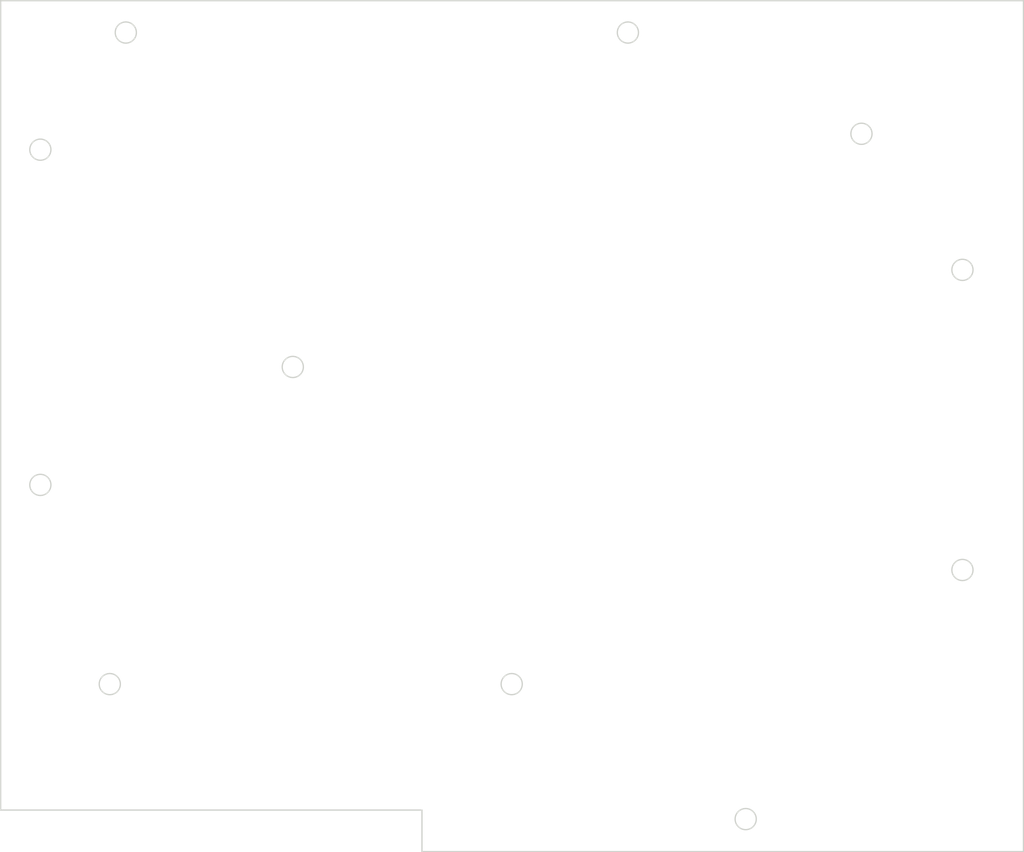
<source format=kicad_pcb>
(kicad_pcb
	(version 20241229)
	(generator "pcbnew")
	(generator_version "9.0")
	(general
		(thickness 1.6)
		(legacy_teardrops no)
	)
	(paper "A4")
	(layers
		(0 "F.Cu" signal)
		(2 "B.Cu" signal)
		(9 "F.Adhes" user "F.Adhesive")
		(11 "B.Adhes" user "B.Adhesive")
		(13 "F.Paste" user)
		(15 "B.Paste" user)
		(5 "F.SilkS" user "F.Silkscreen")
		(7 "B.SilkS" user "B.Silkscreen")
		(1 "F.Mask" user)
		(3 "B.Mask" user)
		(17 "Dwgs.User" user "User.Drawings")
		(19 "Cmts.User" user "User.Comments")
		(21 "Eco1.User" user "User.Eco1")
		(23 "Eco2.User" user "User.Eco2")
		(25 "Edge.Cuts" user)
		(27 "Margin" user)
		(31 "F.CrtYd" user "F.Courtyard")
		(29 "B.CrtYd" user "B.Courtyard")
		(35 "F.Fab" user)
		(33 "B.Fab" user)
		(39 "User.1" user)
		(41 "User.2" user)
		(43 "User.3" user)
		(45 "User.4" user)
	)
	(setup
		(pad_to_mask_clearance 0)
		(allow_soldermask_bridges_in_footprints no)
		(tenting front back)
		(pcbplotparams
			(layerselection 0x00000000_00000000_55555555_5755f5ff)
			(plot_on_all_layers_selection 0x00000000_00000000_00000000_00000000)
			(disableapertmacros no)
			(usegerberextensions no)
			(usegerberattributes yes)
			(usegerberadvancedattributes yes)
			(creategerberjobfile yes)
			(dashed_line_dash_ratio 12.000000)
			(dashed_line_gap_ratio 3.000000)
			(svgprecision 4)
			(plotframeref no)
			(mode 1)
			(useauxorigin no)
			(hpglpennumber 1)
			(hpglpenspeed 20)
			(hpglpendiameter 15.000000)
			(pdf_front_fp_property_popups yes)
			(pdf_back_fp_property_popups yes)
			(pdf_metadata yes)
			(pdf_single_document no)
			(dxfpolygonmode yes)
			(dxfimperialunits yes)
			(dxfusepcbnewfont yes)
			(psnegative no)
			(psa4output no)
			(plot_black_and_white yes)
			(sketchpadsonfab no)
			(plotpadnumbers no)
			(hidednponfab no)
			(sketchdnponfab yes)
			(crossoutdnponfab yes)
			(subtractmaskfromsilk no)
			(outputformat 1)
			(mirror no)
			(drillshape 1)
			(scaleselection 1)
			(outputdirectory "")
		)
	)
	(net 0 "")
	(gr_line
		(start 168.968 29.739)
		(end 170.468 29.739)
		(stroke
			(width 0.25)
			(type default)
		)
		(layer "Dwgs.User")
		(uuid "007c6d83-d1cc-459f-a2ca-4a1251e86ae3")
	)
	(gr_line
		(start 134.436 31.239)
		(end 134.436 86.911)
		(stroke
			(width 0.25)
			(type default)
		)
		(layer "Dwgs.User")
		(uuid "025d75b7-aa94-41bb-9476-6577ed1991f3")
	)
	(gr_line
		(start 64.933 31.248034)
		(end 63.433 31.248034)
		(stroke
			(width 0.25)
			(type default)
		)
		(layer "Dwgs.User")
		(uuid "02906fdd-a2f4-4863-bd68-e031bac74b75")
	)
	(gr_line
		(start 177.429519 155.3115)
		(end 177.429519 152.7715)
		(stroke
			(width 0.25)
			(type default)
		)
		(layer "Dwgs.User")
		(uuid "03b7d6b2-f67e-4ef5-9942-f8524e6ecd06")
	)
	(gr_line
		(start 64.933 98.963944)
		(end 67.473 98.963944)
		(stroke
			(width 0.25)
			(type default)
		)
		(layer "Dwgs.User")
		(uuid "06d33f5a-7596-443c-9e3b-9b650576d7dd")
	)
	(gr_line
		(start 94.625 134.89)
		(end 96.125 134.89)
		(stroke
			(width 0.25)
			(type default)
		)
		(layer "Dwgs.User")
		(uuid "0834ef74-752b-43c1-9ef0-f13517e62662")
	)
	(gr_line
		(start 74.726519 134.89)
		(end 74.726519 132.500118)
		(stroke
			(width 0.25)
			(type default)
		)
		(layer "Dwgs.User")
		(uuid "0e405244-95d2-41bd-b35d-defbb95acf65")
	)
	(gr_line
		(start 63.433 136.39)
		(end 209.51 136.39)
		(stroke
			(width 0.25)
			(type default)
		)
		(layer "Dwgs.User")
		(uuid "0ff995e7-5130-4abb-a0c3-aa96913d5831")
	)
	(gr_line
		(start 127.889 155.3115)
		(end 129.389 155.3115)
		(stroke
			(width 0.25)
			(type default)
		)
		(layer "Dwgs.User")
		(uuid "141ebc65-69aa-4198-b794-56c26ff40faf")
	)
	(gr_line
		(start 96.125 134.89)
		(end 96.125 67.768)
		(stroke
			(width 0.25)
			(type default)
		)
		(layer "Dwgs.User")
		(uuid "18cb4e9e-6596-4d2b-bb1b-2ec0656dced1")
	)
	(gr_arc
		(start 159.609459 33.779)
		(mid 156.359459 37.029)
		(end 153.109459 33.779)
		(stroke
			(width 0.25)
			(type default)
		)
		(layer "Dwgs.User")
		(uuid "1bf2108e-bf9b-4106-8854-2ba2cfe3b56e")
	)
	(gr_line
		(start 63.394 29.739)
		(end 63.394 31.239)
		(stroke
			(width 0.25)
			(type default)
		)
		(layer "Dwgs.User")
		(uuid "1d731e91-4ab9-469f-b0f6-83ba97965a07")
	)
	(gr_line
		(start 63.433 31.248034)
		(end 63.433 134.89)
		(stroke
			(width 0.25)
			(type default)
		)
		(layer "Dwgs.User")
		(uuid "1ea53386-2e34-4b71-9e51-66aba6724ccf")
	)
	(gr_line
		(start 209.51 111.834481)
		(end 206.97 111.834481)
		(stroke
			(width 0.25)
			(type default)
		)
		(layer "Dwgs.User")
		(uuid "24d21269-3e66-42e3-81b5-112ed499724d")
	)
	(gr_line
		(start 159.609459 31.239)
		(end 153.109459 31.239)
		(stroke
			(width 0.25)
			(type default)
		)
		(layer "Dwgs.User")
		(uuid "251dbffc-aeaf-40e5-81af-16f7bdf81ce7")
	)
	(gr_line
		(start 153.109459 31.239)
		(end 153.109459 33.779)
		(stroke
			(width 0.25)
			(type default)
		)
		(layer "Dwgs.User")
		(uuid "29e4c90d-3a44-416c-bff8-55d7480edd92")
	)
	(gr_line
		(start 81.226519 134.89)
		(end 81.226519 132.35)
		(stroke
			(width 0.25)
			(type default)
		)
		(layer "Dwgs.User")
		(uuid "2b2dac0b-a2e7-43f4-9223-7a828708ec52")
	)
	(gr_line
		(start 135.529519 134.89)
		(end 142.029519 134.89)
		(stroke
			(width 0.25)
			(type default)
		)
		(layer "Dwgs.User")
		(uuid "34ef2ec6-9757-462d-add6-2de3179b1ecc")
	)
	(gr_line
		(start 65.128337 97.193)
		(end 94.625 97.193)
		(stroke
			(width 0.25)
			(type default)
		)
		(layer "Dwgs.User")
		(uuid "359be2e0-26bb-43bb-afe1-ad6adf60f1b8")
	)
	(gr_line
		(start 170.468 45.055)
		(end 170.468 46.555)
		(stroke
			(width 0.25)
			(type default)
		)
		(layer "Dwgs.User")
		(uuid "3a0ff889-14ba-4aa3-ba5f-fdee7e6b781a")
	)
	(gr_arc
		(start 135.529519 132.35)
		(mid 138.779519 129.1)
		(end 142.029519 132.35)
		(stroke
			(width 0.25)
			(type default)
		)
		(layer "Dwgs.User")
		(uuid "4a5314ac-2d5b-4dc9-9e5b-6065340a39d5")
	)
	(gr_arc
		(start 67.473 48.249541)
		(mid 70.722999 51.49954)
		(end 67.473 54.749539)
		(stroke
			(width 0.25)
			(type default)
		)
		(layer "Dwgs.User")
		(uuid "4d0056a7-dc9a-423e-b041-057bd1d756b0")
	)
	(gr_line
		(start 209.51 72.931481)
		(end 206.97 72.931481)
		(stroke
			(width 0.25)
			(type default)
		)
		(layer "Dwgs.User")
		(uuid "52b8c26e-e50a-4cc3-9815-742d734eb22c")
	)
	(gr_line
		(start 64.933 105.463944)
		(end 67.473 105.463944)
		(stroke
			(width 0.25)
			(type default)
		)
		(layer "Dwgs.User")
		(uuid "534b1c80-c252-45c5-8493-030a0e592d13")
	)
	(gr_line
		(start 194.943459 46.555)
		(end 188.443459 46.555)
		(stroke
			(width 0.25)
			(type default)
		)
		(layer "Dwgs.User")
		(uuid "5669c3ff-e71c-4db1-ba99-ac00ea24f9cb")
	)
	(gr_arc
		(start 67.473 98.963944)
		(mid 70.723 102.213944)
		(end 67.473 105.463944)
		(stroke
			(width 0.25)
			(type default)
		)
		(layer "Dwgs.User")
		(uuid "5ab8001e-4d2a-49ff-ac30-5e136b5508ab")
	)
	(gr_line
		(start 77.151459 31.239)
		(end 77.151459 33.779)
		(stroke
			(width 0.25)
			(type default)
		)
		(layer "Dwgs.User")
		(uuid "6007c348-48f3-4c5a-af4b-48e860b9b2af")
	)
	(gr_line
		(start 188.443459 46.555)
		(end 188.443459 49.095)
		(stroke
			(width 0.25)
			(type default)
		)
		(layer "Dwgs.User")
		(uuid "60c5c289-0486-4855-a558-6894b8f7719c")
	)
	(gr_line
		(start 168.968 29.739)
		(end 168.968 46.555)
		(stroke
			(width 0.25)
			(type default)
		)
		(layer "Dwgs.User")
		(uuid "62857d7a-feae-467b-afa5-c43f4fb014a8")
	)
	(gr_line
		(start 67.473 54.749539)
		(end 67.473 54.749541)
		(stroke
			(width 0.25)
			(type default)
		)
		(layer "Dwgs.User")
		(uuid "68296199-5760-4692-a4f8-076fde0491ad")
	)
	(gr_line
		(start 168.968 29.739)
		(end 63.394 29.739)
		(stroke
			(width 0.25)
			(type default)
		)
		(layer "Dwgs.User")
		(uuid "6f718631-52e0-42ad-9732-7e5e9085404d")
	)
	(gr_line
		(start 209.51 66.431481)
		(end 206.97 66.431481)
		(stroke
			(width 0.25)
			(type default)
		)
		(layer "Dwgs.User")
		(uuid "72b420d5-8a88-4e16-aa00-3c0e70c07bff")
	)
	(gr_line
		(start 170.468 46.555)
		(end 170.468 29.739)
		(stroke
			(width 0.25)
			(type default)
		)
		(layer "Dwgs.User")
		(uuid "73d08842-3deb-4076-89e9-3fed5bbc7c2b")
	)
	(gr_line
		(start 209.51 118.334481)
		(end 206.97 118.334481)
		(stroke
			(width 0.25)
			(type default)
		)
		(layer "Dwgs.User")
		(uuid "7b714c38-6bb7-4fe0-9784-4a51feaa5ea1")
	)
	(gr_line
		(start 63.394 31.239)
		(end 168.968 31.239)
		(stroke
			(width 0.25)
			(type default)
		)
		(layer "Dwgs.User")
		(uuid "7c915297-6158-4d2b-a9d4-d7e9ff2202f0")
	)
	(gr_arc
		(start 170.929519 152.7715)
		(mid 174.179519 149.5215)
		(end 177.429519 152.7715)
		(stroke
			(width 0.25)
			(type default)
		)
		(layer "Dwgs.User")
		(uuid "7c9bf290-493e-4549-86d9-bdd1a65d4d15")
	)
	(gr_line
		(start 211.01 45.055)
		(end 170.468 45.055)
		(stroke
			(width 0.25)
			(type default)
		)
		(layer "Dwgs.User")
		(uuid "82457af6-16ff-42ea-876b-5f35b6f4759a")
	)
	(gr_line
		(start 209.51 46.555)
		(end 209.51 155.3115)
		(stroke
			(width 0.25)
			(type default)
		)
		(layer "Dwgs.User")
		(uuid "83a1f96d-8364-4b04-bca6-040f2d57f29c")
	)
	(gr_line
		(start 159.609459 31.239)
		(end 159.609459 33.779)
		(stroke
			(width 0.25)
			(type default)
		)
		(layer "Dwgs.User")
		(uuid "8568f82c-6887-42d3-a3c2-3a4327f8c0e1")
	)
	(gr_line
		(start 94.625 67.768)
		(end 94.625 134.89)
		(stroke
			(width 0.25)
			(type default)
		)
		(layer "Dwgs.User")
		(uuid "857f2f42-34eb-4809-8939-110e132317aa")
	)
	(gr_line
		(start 206.97 66.431519)
		(end 206.97 66.431481)
		(stroke
			(width 0.25)
			(type default)
		)
		(layer "Dwgs.User")
		(uuid "895109db-721b-487d-9366-b4d7e8e039f1")
	)
	(gr_line
		(start 135.936 86.911)
		(end 135.936 31.239)
		(stroke
			(width 0.25)
			(type default)
		)
		(layer "Dwgs.User")
		(uuid "8cdbdbed-5112-4a3a-a54f-0b80fd4bab5c")
	)
	(gr_line
		(start 108.912541 86.911)
		(end 108.912541 84.371)
		(stroke
			(width 0.25)
			(type default)
		)
		(layer "Dwgs.User")
		(uuid "8e296a31-14b0-4590-a02a-939866a2fcbc")
	)
	(gr_line
		(start 135.529519 134.89)
		(end 135.529519 132.35)
		(stroke
			(width 0.25)
			(type default)
		)
		(layer "Dwgs.User")
		(uuid "94df3665-abb8-49fe-813a-589c73f37296")
	)
	(gr_line
		(start 142.029519 134.89)
		(end 142.029519 132.35)
		(stroke
			(width 0.25)
			(type default)
		)
		(layer "Dwgs.User")
		(uuid "98bd01f2-5028-4945-86d5-5e974d64ea4d")
	)
	(gr_line
		(start 170.929519 155.3115)
		(end 177.429519 155.3115)
		(stroke
			(width 0.25)
			(type default)
		)
		(layer "Dwgs.User")
		(uuid "9bc54656-4296-46d5-9d61-d4dffc1a4bed")
	)
	(gr_line
		(start 127.889 105.3115)
		(end 127.889 155.3115)
		(stroke
			(width 0.25)
			(type default)
		)
		(layer "Dwgs.User")
		(uuid "9c9efba1-710a-4fed-a937-36c18cbb5ac7")
	)
	(gr_line
		(start 168.968 46.555)
		(end 170.468 46.555)
		(stroke
			(width 0.25)
			(type default)
		)
		(layer "Dwgs.User")
		(uuid "9e0132f1-11e3-479f-9417-b86e312ac827")
	)
	(gr_line
		(start 136.125 88.411)
		(end 136.125 86.911)
		(stroke
			(width 0.25)
			(type default)
		)
		(layer "Dwgs.User")
		(uuid "9e7df233-6347-4cec-903f-d49040ddf658")
	)
	(gr_line
		(start 170.468 46.555)
		(end 211.01 46.555)
		(stroke
			(width 0.25)
			(type default)
		)
		(layer "Dwgs.User")
		(uuid "9f4d155f-d5aa-4d67-bca3-21c68275cfe6")
	)
	(gr_line
		(start 64.933 48.249541)
		(end 64.933 54.749541)
		(stroke
			(width 0.25)
			(type default)
		)
		(layer "Dwgs.User")
		(uuid "9fa3ee27-1b69-4d0c-b464-52bed5532b00")
	)
	(gr_line
		(start 211.01 46.555)
		(end 209.51 46.555)
		(stroke
			(width 0.25)
			(type default)
		)
		(layer "Dwgs.User")
		(uuid "a63c978e-8242-4822-bd15-8dd239471b67")
	)
	(gr_line
		(start 209.51 118.334481)
		(end 209.51 111.834481)
		(stroke
			(width 0.25)
			(type default)
		)
		(layer "Dwgs.User")
		(uuid "aaba4209-5f2f-482a-8ef8-507e598d2a23")
	)
	(gr_line
		(start 211.01 155.3115)
		(end 211.01 156.8115)
		(stroke
			(width 0.25)
			(type default)
		)
		(layer "Dwgs.User")
		(uuid "aaf53749-43ea-4178-a860-fb54de84b1f7")
	)
	(gr_line
		(start 194.943459 46.555)
		(end 194.943459 49.095)
		(stroke
			(width 0.25)
			(type default)
		)
		(layer "Dwgs.User")
		(uuid "ac605cb6-50a5-42f7-9892-935d9a5c874c")
	)
	(gr_line
		(start 209.51 136.39)
		(end 209.51 134.89)
		(stroke
			(width 0.25)
			(type default)
		)
		(layer "Dwgs.User")
		(uuid "acb4c042-8170-4174-b862-15e8ddff81f7")
	)
	(gr_line
		(start 94.625 67.768)
		(end 96.125 67.768)
		(stroke
			(width 0.25)
			(type default)
		)
		(layer "Dwgs.User")
		(uuid "aeeb5d51-6d58-4996-9738-45f798825292")
	)
	(gr_line
		(start 102.412541 86.911)
		(end 102.412541 84.371)
		(stroke
			(width 0.25)
			(type default)
		)
		(layer "Dwgs.User")
		(uuid "b03ddc44-d188-442e-9fae-2b2c2dcec9cd")
	)
	(gr_line
		(start 83.651459 31.239)
		(end 83.651459 33.779)
		(stroke
			(width 0.25)
			(type default)
		)
		(layer "Dwgs.User")
		(uuid "b1a92be9-3255-410a-81dc-e4f1ea204acf")
	)
	(gr_line
		(start 134.436 86.911)
		(end 135.936 86.911)
		(stroke
			(width 0.25)
			(type default)
		)
		(layer "Dwgs.User")
		(uuid "b5ae37f2-64b6-4c19-b660-fe733f2ff483")
	)
	(gr_line
		(start 209.51 134.89)
		(end 63.433 134.89)
		(stroke
			(width 0.25)
			(type default)
		)
		(layer "Dwgs.User")
		(uuid "b8cd0b31-10ba-4af1-afad-c961c32960b4")
	)
	(gr_arc
		(start 206.97 72.931481)
		(mid 203.720019 69.6815)
		(end 206.97 66.431519)
		(stroke
			(width 0.25)
			(type default)
		)
		(layer "Dwgs.User")
		(uuid "b9ec7135-5bfd-401d-96cf-8f5763e01999")
	)
	(gr_line
		(start 129.389 155.3115)
		(end 129.389 105.3115)
		(stroke
			(width 0.25)
			(type default)
		)
		(layer "Dwgs.User")
		(uuid "ba8ea353-c866-4d42-b75e-2974a334a1b0")
	)
	(gr_arc
		(start 74.726519 132.35)
		(mid 77.976519 129.1)
		(end 81.226519 132.35)
		(stroke
			(width 0.25)
			(type default)
		)
		(layer "Dwgs.User")
		(uuid "bbad380f-339c-45b1-8670-f3d68b94ee67")
	)
	(gr_line
		(start 74.726519 132.500118)
		(end 81.226519 132.500118)
		(stroke
			(width 0.2)
			(type default)
		)
		(layer "Dwgs.User")
		(uuid "bc3507df-216e-4984-8766-4e52f408aeda")
	)
	(gr_line
		(start 211.01 155.3115)
		(end 127.046 155.3115)
		(stroke
			(width 0.25)
			(type default)
		)
		(layer "Dwgs.User")
		(uuid "be26ce19-3dd6-4b34-928b-7e7bb4333964")
	)
	(gr_line
		(start 64.933 48.249541)
		(end 67.473 48.249541)
		(stroke
			(width 0.25)
			(type default)
		)
		(layer "Dwgs.User")
		(uuid "bfe1e2cd-9aa7-4701-9c91-7e22cc242aee")
	)
	(gr_line
		(start 129.389 105.3115)
		(end 127.889 105.3115)
		(stroke
			(width 0.25)
			(type default)
		)
		(layer "Dwgs.User")
		(uuid "c4b908fc-e344-4d68-aa12-0b7f4203846b")
	)
	(gr_line
		(start 63.433 134.89)
		(end 63.433 136.39)
		(stroke
			(width 0.25)
			(type default)
		)
		(layer "Dwgs.User")
		(uuid "c7ac0226-1487-4664-bede-d60a7815cf9e")
	)
	(gr_arc
		(start 194.943459 49.095)
		(mid 191.693459 52.345)
		(end 188.443459 49.095)
		(stroke
			(width 0.25)
			(type default)
		)
		(layer "Dwgs.User")
		(uuid "ca3173eb-321c-48b9-b57a-5f1695fca21b")
	)
	(gr_arc
		(start 83.651459 33.779)
		(mid 80.401459 37.029)
		(end 77.151459 33.779)
		(stroke
			(width 0.25)
			(type default)
		)
		(layer "Dwgs.User")
		(uuid "cf3c3fd5-8759-471d-811c-fa14e57cefbf")
	)
	(gr_line
		(start 94.625 95.693)
		(end 65.128337 95.693)
		(stroke
			(width 0.25)
			(type default)
		)
		(layer "Dwgs.User")
		(uuid "d489134f-322f-409d-a645-5ffc6f03e8aa")
	)
	(gr_line
		(start 127.046 155.3115)
		(end 127.046 156.8115)
		(stroke
			(width 0.25)
			(type default)
		)
		(layer "Dwgs.User")
		(uuid "d78fa513-e6a2-4c94-aaeb-83211ea2d514")
	)
	(gr_line
		(start 102.412541 86.911)
		(end 108.912541 86.911)
		(stroke
			(width 0.25)
			(type default)
		)
		(layer "Dwgs.User")
		(uuid "d8e5295c-07e4-4cfb-b49e-eb6ac3dd55b7")
	)
	(gr_line
		(start 211.01 155.3115)
		(end 211.01 46.555)
		(stroke
			(width 0.25)
			(type default)
		)
		(layer "Dwgs.User")
		(uuid "da565770-0e57-4fc8-b3a0-234fde29c27b")
	)
	(gr_line
		(start 83.651459 31.239)
		(end 77.151459 31.239)
		(stroke
			(width 0.25)
			(type default)
		)
		(layer "Dwgs.User")
		(uuid "dd525ca8-bd57-470a-bc56-c6c5094015bd")
	)
	(gr_line
		(start 65.128337 95.693)
		(end 65.128337 97.193)
		(stroke
			(width 0.25)
			(type default)
		)
		(layer "Dwgs.User")
		(uuid "e11d645f-602c-46a1-a095-61ad69dc7a1b")
	)
	(gr_line
		(start 96.125 86.911)
		(end 96.125 88.411)
		(stroke
			(width 0.25)
			(type default)
		)
		(layer "Dwgs.User")
		(uuid "e2a9314a-c16d-4956-bb44-d03108b209b1")
	)
	(gr_line
		(start 64.933 54.749541)
		(end 67.473 54.749541)
		(stroke
			(width 0.25)
			(type default)
		)
		(layer "Dwgs.User")
		(uuid "e522579f-cdec-425f-bac0-b16ef0b35fc5")
	)
	(gr_line
		(start 127.046 156.8115)
		(end 211.01 156.8115)
		(stroke
			(width 0.25)
			(type default)
		)
		(layer "Dwgs.User")
		(uuid "e5f58116-dba5-4b8a-a152-12ac6d4b0280")
	)
	(gr_line
		(start 211.01 45.055)
		(end 211.01 46.555)
		(stroke
			(width 0.25)
			(type default)
		)
		(layer "Dwgs.User")
		(uuid "e62d5925-c0c7-4248-b201-5cee7065afe6")
	)
	(gr_line
		(start 64.933 134.89)
		(end 64.933 31.248034)
		(stroke
			(width 0.25)
			(type default)
		)
		(layer "Dwgs.User")
		(uuid "e89c283a-dd06-4c94-9ecb-d7eaa128ab98")
	)
	(gr_line
		(start 170.929519 155.3115)
		(end 170.929519 152.7715)
		(stroke
			(width 0.25)
			(type default)
		)
		(layer "Dwgs.User")
		(uuid "ecef72df-4042-4982-90df-fee22f7872ff")
	)
	(gr_line
		(start 209.51 72.931481)
		(end 209.51 66.431481)
		(stroke
			(width 0.25)
			(type default)
		)
		(layer "Dwgs.User")
		(uuid "f04959e2-151e-4579-93da-99752963f299")
	)
	(gr_line
		(start 206.97 111.834519)
		(end 206.97 111.834481)
		(stroke
			(width 0.25)
			(type default)
		)
		(layer "Dwgs.User")
		(uuid "f5965c70-3558-4975-a106-256f80258f32")
	)
	(gr_line
		(start 136.125 86.911)
		(end 96.125 86.911)
		(stroke
			(width 0.25)
			(type default)
		)
		(layer "Dwgs.User")
		(uuid "f9bb1217-3dbf-4679-b46e-b1a4fbcbcb23")
	)
	(gr_line
		(start 96.125 88.411)
		(end 136.125 88.411)
		(stroke
			(width 0.25)
			(type default)
		)
		(layer "Dwgs.User")
		(uuid "fae7db67-a4d5-44e9-94ca-efb70544cf2c")
	)
	(gr_line
		(start 64.933 98.963944)
		(end 64.933 105.463944)
		(stroke
			(width 0.25)
			(type default)
		)
		(layer "Dwgs.User")
		(uuid "fbc2a9fd-95f9-44bc-aab3-4924372a73ae")
	)
	(gr_arc
		(start 102.412541 84.371)
		(mid 105.662541 81.121)
		(end 108.912541 84.371)
		(stroke
			(width 0.25)
			(type default)
		)
		(layer "Dwgs.User")
		(uuid "fd6953d8-e1e1-46cd-946d-c53aeb742c75")
	)
	(gr_line
		(start 74.726519 134.89)
		(end 81.226519 134.89)
		(stroke
			(width 0.25)
			(type default)
		)
		(layer "Dwgs.User")
		(uuid "fe9b5b09-9f27-4d3b-8ade-10dca21e37f8")
	)
	(gr_arc
		(start 206.97 118.334481)
		(mid 203.720019 115.0845)
		(end 206.97 111.834519)
		(stroke
			(width 0.25)
			(type default)
		)
		(layer "Dwgs.User")
		(uuid "ff044c66-3ad8-4397-adaa-ba48dbb3eb22")
	)
	(gr_line
		(start 216.203 157.6907)
		(end 216.203 28.956)
		(stroke
			(width 0.2)
			(type solid)
		)
		(layer "Edge.Cuts")
		(uuid "0b024bf9-d7f2-4544-8a1b-ec67a2f3ccbb")
	)
	(gr_circle
		(center 105.662541 84.371)
		(end 107.262541 84.371)
		(stroke
			(width 0.2)
			(type solid)
		)
		(fill no)
		(layer "Edge.Cuts")
		(uuid "14009a10-a08b-4c21-bdaf-3da1aeb23596")
	)
	(gr_circle
		(center 191.693459 49.095)
		(end 193.293459 49.095)
		(stroke
			(width 0.2)
			(type solid)
		)
		(fill no)
		(layer "Edge.Cuts")
		(uuid "2877217d-31b8-4f3f-8f76-18a3b3a6821e")
	)
	(gr_circle
		(center 174.179519 152.7715)
		(end 175.779519 152.7715)
		(stroke
			(width 0.2)
			(type solid)
		)
		(fill no)
		(layer "Edge.Cuts")
		(uuid "435555f6-2842-4328-ace1-d8e1323efe3b")
	)
	(gr_circle
		(center 138.779519 132.35)
		(end 140.379519 132.35)
		(stroke
			(width 0.2)
			(type solid)
		)
		(fill no)
		(layer "Edge.Cuts")
		(uuid "4e61be3c-a56a-42b5-a1ae-956c156f6dbd")
	)
	(gr_circle
		(center 206.97 115.084481)
		(end 208.57 115.084481)
		(stroke
			(width 0.2)
			(type solid)
		)
		(fill no)
		(layer "Edge.Cuts")
		(uuid "595a9f32-a00f-40c8-94f6-d9b142b2471f")
	)
	(gr_line
		(start 61.468 151.4042)
		(end 125.203 151.4042)
		(stroke
			(width 0.2)
			(type solid)
		)
		(layer "Edge.Cuts")
		(uuid "5ca9b013-4a1b-4d44-be01-d3cc6f901abe")
	)
	(gr_circle
		(center 67.473 102.213944)
		(end 69.073 102.213944)
		(stroke
			(width 0.2)
			(type solid)
		)
		(fill no)
		(layer "Edge.Cuts")
		(uuid "62839b5b-7717-45c2-b342-f1570af97a3f")
	)
	(gr_line
		(start 125.203 157.6907)
		(end 125.203 151.4042)
		(stroke
			(width 0.2)
			(type solid)
		)
		(layer "Edge.Cuts")
		(uuid "707fa4d6-d7be-45e8-9192-218923105142")
	)
	(gr_line
		(start 61.468 28.956)
		(end 216.203 28.956)
		(stroke
			(width 0.2)
			(type solid)
		)
		(layer "Edge.Cuts")
		(uuid "84656c27-afe4-4081-b741-8a46ea8dc085")
	)
	(gr_circle
		(center 206.97 69.681481)
		(end 208.57 69.681481)
		(stroke
			(width 0.2)
			(type solid)
		)
		(fill no)
		(layer "Edge.Cuts")
		(uuid "a3162031-faef-4153-a5ac-dd7701a5898e")
	)
	(gr_circle
		(center 67.473 51.499541)
		(end 69.073 51.499541)
		(stroke
			(width 0.2)
			(type solid)
		)
		(fill no)
		(layer "Edge.Cuts")
		(uuid "ae1d89cd-cd26-4ecb-bc13-eab903a642f3")
	)
	(gr_line
		(start 61.468 151.4042)
		(end 61.468 28.956)
		(stroke
			(width 0.2)
			(type solid)
		)
		(layer "Edge.Cuts")
		(uuid "c7b49117-5fda-41e9-8a2d-acbdfab0cc7a")
	)
	(gr_circle
		(center 80.401459 33.779)
		(end 82.001459 33.779)
		(stroke
			(width 0.2)
			(type solid)
		)
		(fill no)
		(layer "Edge.Cuts")
		(uuid "c80c5537-21a1-4078-a59b-1f86bdada389")
	)
	(gr_circle
		(center 156.359459 33.779)
		(end 157.959459 33.779)
		(stroke
			(width 0.2)
			(type solid)
		)
		(fill no)
		(layer "Edge.Cuts")
		(uuid "c892ada2-98c9-49f2-a487-09f72485179c")
	)
	(gr_circle
		(center 77.976519 132.35)
		(end 79.576519 132.35)
		(stroke
			(width 0.2)
			(type solid)
		)
		(fill no)
		(layer "Edge.Cuts")
		(uuid "ccf921bc-c41c-43a1-a6bb-2ece7df23691")
	)
	(gr_line
		(start 125.203 157.6907)
		(end 216.203 157.6907)
		(stroke
			(width 0.2)
			(type solid)
		)
		(layer "Edge.Cuts")
		(uuid "e2ae6afb-e2e6-4f84-be2e-46568126f7ae")
	)
	(group ""
		(uuid "bed55ce1-d141-4e01-8e23-92f42f3a8de8")
		(members "007c6d83-d1cc-459f-a2ca-4a1251e86ae3" "025d75b7-aa94-41bb-9476-6577ed1991f3"
			"02906fdd-a2f4-4863-bd68-e031bac74b75" "03b7d6b2-f67e-4ef5-9942-f8524e6ecd06"
			"06d33f5a-7596-443c-9e3b-9b650576d7dd" "0834ef74-752b-43c1-9ef0-f13517e62662"
			"0b024bf9-d7f2-4544-8a1b-ec67a2f3ccbb" "0e405244-95d2-41bd-b35d-defbb95acf65"
			"0ff995e7-5130-4abb-a0c3-aa96913d5831" "14009a10-a08b-4c21-bdaf-3da1aeb23596"
			"141ebc65-69aa-4198-b794-56c26ff40faf" "18cb4e9e-6596-4d2b-bb1b-2ec0656dced1"
			"1bf2108e-bf9b-4106-8854-2ba2cfe3b56e" "1d731e91-4ab9-469f-b0f6-83ba97965a07"
			"1ea53386-2e34-4b71-9e51-66aba6724ccf" "24d21269-3e66-42e3-81b5-112ed499724d"
			"251dbffc-aeaf-40e5-81af-16f7bdf81ce7" "2877217d-31b8-4f3f-8f76-18a3b3a6821e"
			"29e4c90d-3a44-416c-bff8-55d7480edd92" "2b2dac0b-a2e7-43f4-9223-7a828708ec52"
			"34ef2ec6-9757-462d-add6-2de3179b1ecc" "359be2e0-26bb-43bb-afe1-ad6adf60f1b8"
			"3a0ff889-14ba-4aa3-ba5f-fdee7e6b781a" "435555f6-2842-4328-ace1-d8e1323efe3b"
			"4a5314ac-2d5b-4dc9-9e5b-6065340a39d5" "4d0056a7-dc9a-423e-b041-057bd1d756b0"
			"4e61be3c-a56a-42b5-a1ae-956c156f6dbd" "52b8c26e-e50a-4cc3-9815-742d734eb22c"
			"534b1c80-c252-45c5-8493-030a0e592d13" "5669c3ff-e71c-4db1-ba99-ac00ea24f9cb"
			"595a9f32-a00f-40c8-94f6-d9b142b2471f" "5ab8001e-4d2a-49ff-ac30-5e136b5508ab"
			"5ca9b013-4a1b-4d44-be01-d3cc6f901abe" "6007c348-48f3-4c5a-af4b-48e860b9b2af"
			"60c5c289-0486-4855-a558-6894b8f7719c" "62839b5b-7717-45c2-b342-f1570af97a3f"
			"62857d7a-feae-467b-afa5-c43f4fb014a8" "68296199-5760-4692-a4f8-076fde0491ad"
			"6f718631-52e0-42ad-9732-7e5e9085404d" "707fa4d6-d7be-45e8-9192-218923105142"
			"72b420d5-8a88-4e16-aa00-3c0e70c07bff" "73d08842-3deb-4076-89e9-3fed5bbc7c2b"
			"7b714c38-6bb7-4fe0-9784-4a51feaa5ea1" "7c915297-6158-4d2b-a9d4-d7e9ff2202f0"
			"7c9bf290-493e-4549-86d9-bdd1a65d4d15" "82457af6-16ff-42ea-876b-5f35b6f4759a"
			"83a1f96d-8364-4b04-bca6-040f2d57f29c" "84656c27-afe4-4081-b741-8a46ea8dc085"
			"8568f82c-6887-42d3-a3c2-3a4327f8c0e1" "857f2f42-34eb-4809-8939-110e132317aa"
			"895109db-721b-487d-9366-b4d7e8e039f1" "8cdbdbed-5112-4a3a-a54f-0b80fd4bab5c"
			"8e296a31-14b0-4590-a02a-939866a2fcbc" "94df3665-abb8-49fe-813a-589c73f37296"
			"98bd01f2-5028-4945-86d5-5e974d64ea4d" "9bc54656-4296-46d5-9d61-d4dffc1a4bed"
			"9c9efba1-710a-4fed-a937-36c18cbb5ac7" "9e0132f1-11e3-479f-9417-b86e312ac827"
			"9e7df233-6347-4cec-903f-d49040ddf658" "9f4d155f-d5aa-4d67-bca3-21c68275cfe6"
			"9fa3ee27-1b69-4d0c-b464-52bed5532b00" "a3162031-faef-4153-a5ac-dd7701a5898e"
			"a63c978e-8242-4822-bd15-8dd239471b67" "aaba4209-5f2f-482a-8ef8-507e598d2a23"
			"aaf53749-43ea-4178-a860-fb54de84b1f7" "ac605cb6-50a5-42f7-9892-935d9a5c874c"
			"acb4c042-8170-4174-b862-15e8ddff81f7" "ae1d89cd-cd26-4ecb-bc13-eab903a642f3"
			"aeeb5d51-6d58-4996-9738-45f798825292" "b03ddc44-d188-442e-9fae-2b2c2dcec9cd"
			"b1a92be9-3255-410a-81dc-e4f1ea204acf" "b5ae37f2-64b6-4c19-b660-fe733f2ff483"
			"b8cd0b31-10ba-4af1-afad-c961c32960b4" "b9ec7135-5bfd-401d-96cf-8f5763e01999"
			"ba8ea353-c866-4d42-b75e-2974a334a1b0" "bbad380f-339c-45b1-8670-f3d68b94ee67"
			"bc3507df-216e-4984-8766-4e52f408aeda" "be26ce19-3dd6-4b34-928b-7e7bb4333964"
			"bfe1e2cd-9aa7-4701-9c91-7e22cc242aee" "c4b908fc-e344-4d68-aa12-0b7f4203846b"
			"c7ac0226-1487-4664-bede-d60a7815cf9e" "c7b49117-5fda-41e9-8a2d-acbdfab0cc7a"
			"c80c5537-21a1-4078-a59b-1f86bdada389" "c892ada2-98c9-49f2-a487-09f72485179c"
			"ca3173eb-321c-48b9-b57a-5f1695fca21b" "ccf921bc-c41c-43a1-a6bb-2ece7df23691"
			"cf3c3fd5-8759-471d-811c-fa14e57cefbf" "d489134f-322f-409d-a645-5ffc6f03e8aa"
			"d78fa513-e6a2-4c94-aaeb-83211ea2d514" "d8e5295c-07e4-4cfb-b49e-eb6ac3dd55b7"
			"da565770-0e57-4fc8-b3a0-234fde29c27b" "dd525ca8-bd57-470a-bc56-c6c5094015bd"
			"e11d645f-602c-46a1-a095-61ad69dc7a1b" "e2a9314a-c16d-4956-bb44-d03108b209b1"
			"e2ae6afb-e2e6-4f84-be2e-46568126f7ae" "e522579f-cdec-425f-bac0-b16ef0b35fc5"
			"e5f58116-dba5-4b8a-a152-12ac6d4b0280" "e62d5925-c0c7-4248-b201-5cee7065afe6"
			"e89c283a-dd06-4c94-9ecb-d7eaa128ab98" "ecef72df-4042-4982-90df-fee22f7872ff"
			"f04959e2-151e-4579-93da-99752963f299" "f5965c70-3558-4975-a106-256f80258f32"
			"f9bb1217-3dbf-4679-b46e-b1a4fbcbcb23" "fae7db67-a4d5-44e9-94ca-efb70544cf2c"
			"fbc2a9fd-95f9-44bc-aab3-4924372a73ae" "fd6953d8-e1e1-46cd-946d-c53aeb742c75"
			"fe9b5b09-9f27-4d3b-8ade-10dca21e37f8" "ff044c66-3ad8-4397-adaa-ba48dbb3eb22"
		)
	)
	(embedded_fonts no)
)

</source>
